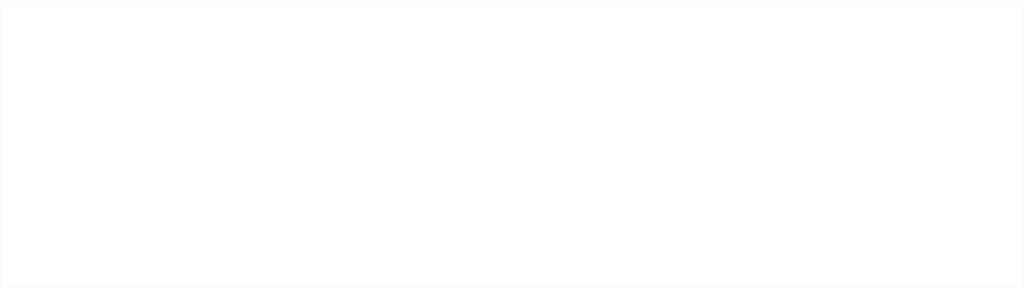
<source format=kicad_pcb>
(kicad_pcb (version 20240108) (generator "pcbnew") (generator_version "8.0")
  (layers (0 "F.Cu" signal) (31 "B.Cu" signal) (34 "B.Paste" user) (35 "F.Paste" user) (36 "B.SilkS" user "B.Silkscreen") (37 "F.SilkS" user "F.Silkscreen") (38 "B.Mask" user) (39 "F.Mask" user) (44 "Edge.Cuts" user))
  (net 0 "")
  (footprint "kbd_Hole:m2_Screw_Hole" (layer "F.Cu") (at 376.2375 190.5)
    (property "Reference" "Ref**")
    (property "Value" "Val**")
    (pad "" np_thru_hole circle (at 0 0) (size 2.2 2.2) (drill 2.2) (layers "*.Cu" "*.Mask"))
  )
  (footprint "kbd_Hole:m2_Screw_Hole" (layer "F.Cu") (at 152.4 95.25)
    (property "Reference" "Ref**")
    (property "Value" "Val**")
    (pad "" np_thru_hole circle (at 0 0) (size 2.2 2.2) (drill 2.2) (layers "*.Cu" "*.Mask"))
  )
  (footprint "kbd_Hole:m2_Screw_Hole" (layer "F.Cu") (at 19.05 190.5)
    (property "Reference" "Ref**")
    (property "Value" "Val**")
    (pad "" np_thru_hole circle (at 0 0) (size 2.2 2.2) (drill 2.2) (layers "*.Cu" "*.Mask"))
  )
  (footprint "kbd_Hole:m2_Screw_Hole" (layer "F.Cu") (at 226.21875 190.5)
    (property "Reference" "Ref**")
    (property "Value" "Val**")
    (pad "" np_thru_hole circle (at 0 0) (size 2.2 2.2) (drill 2.2) (layers "*.Cu" "*.Mask"))
  )
  (footprint "kbd_Hole:m2_Screw_Hole" (layer "F.Cu") (at 164.30625 190.5)
    (property "Reference" "Ref**")
    (property "Value" "Val**")
    (pad "" np_thru_hole circle (at 0 0) (size 2.2 2.2) (drill 2.2) (layers "*.Cu" "*.Mask"))
  )
  (footprint "Rikkodo_FootPrint:rkd_Point_Screw_Hall" (layer "F.Cu") (at 200.025 152.4)
    (property "Reference" "M2" (hide yes))
    (property "Value" "Mark" (hide yes))
    (pad "" np_thru_hole circle (at -7.25 -12) (size 2.2 2.2) (drill 2.2) (layers "*.Cu" "*.Mask"))
    (pad "" np_thru_hole circle (at -7.25 12) (size 2.2 2.2) (drill 2.2) (layers "*.Cu" "*.Mask"))
    (pad "" np_thru_hole circle (at 7.25 -12) (size 2.2 2.2) (drill 2.2) (layers "*.Cu" "*.Mask"))
    (pad "" np_thru_hole circle (at 7.25 12) (size 2.2 2.2) (drill 2.2) (layers "*.Cu" "*.Mask"))
  )
  (footprint "kbd_Hole:m2_Screw_Hole" (layer "F.Cu") (at 376.2375 95.25)
    (property "Reference" "Ref**")
    (property "Value" "Val**")
    (pad "" np_thru_hole circle (at 0 0) (size 2.2 2.2) (drill 2.2) (layers "*.Cu" "*.Mask"))
  )
  (footprint "Rikkodo_FootPrint:rkd_Guard_Screw_Hall" (layer "F.Cu") (at 171.45 125.0156 -90)
    (property "Reference" "M1" (hide yes))
    (property "Value" "Mark" (hide yes))
    (pad "" np_thru_hole circle (at 29.765625 -4.7625 270) (size 2.2 2.2) (drill 2.2) (layers "*.Cu" "*.Mask"))
    (pad "" np_thru_hole circle (at 29.765625 4.7625 270) (size 2.2 2.2) (drill 2.2) (layers "*.Cu" "*.Mask"))
  )
  (footprint "kbd_Hole:m2_Screw_Hole" (layer "F.Cu") (at 19.05 95.25)
    (property "Reference" "Ref**")
    (property "Value" "Val**")
    (pad "" np_thru_hole circle (at 0 0) (size 2.2 2.2) (drill 2.2) (layers "*.Cu" "*.Mask"))
  )
  (footprint "kbd_Hole:m2_Screw_Hole" (layer "F.Cu") (at 190.5 95.25)
    (property "Reference" "Ref**")
    (property "Value" "Val**")
    (pad "" np_thru_hole circle (at 0 0) (size 2.2 2.2) (drill 2.2) (layers "*.Cu" "*.Mask"))
  )
  (gr_arc (start 378.61875 191.690625) (mid 378.270024 192.532524) (end 377.428125 192.88125) (stroke (width 0.05)) (layer "Edge.Cuts"))
  (gr_arc (start 16.66875 94.059375) (mid 17.017476 93.217476) (end 17.859375 92.86875) (stroke (width 0.05)) (layer "Edge.Cuts"))
  (gr_line (start 378.61875 191.690625) (end 378.61875 94.059425) (stroke (width 0.05)) (layer "Edge.Cuts"))
  (gr_line (start 16.66875 94.059375) (end 16.66875 191.690625) (stroke (width 0.05)) (layer "Edge.Cuts"))
  (gr_arc (start 17.859375 192.88125) (mid 17.017476 192.532524) (end 16.66875 191.690625) (stroke (width 0.05)) (layer "Edge.Cuts"))
  (gr_line (start 17.859375 192.88125) (end 377.428125 192.88125) (stroke (width 0.05)) (layer "Edge.Cuts"))
  (gr_arc (start 377.428125 92.8688) (mid 378.270055 93.217503) (end 378.61875 94.059425) (stroke (width 0.05)) (layer "Edge.Cuts"))
  (gr_line (start 17.859375 92.859375) (end 377.428125 92.86875) (stroke (width 0.05)) (layer "Edge.Cuts"))
)
</source>
